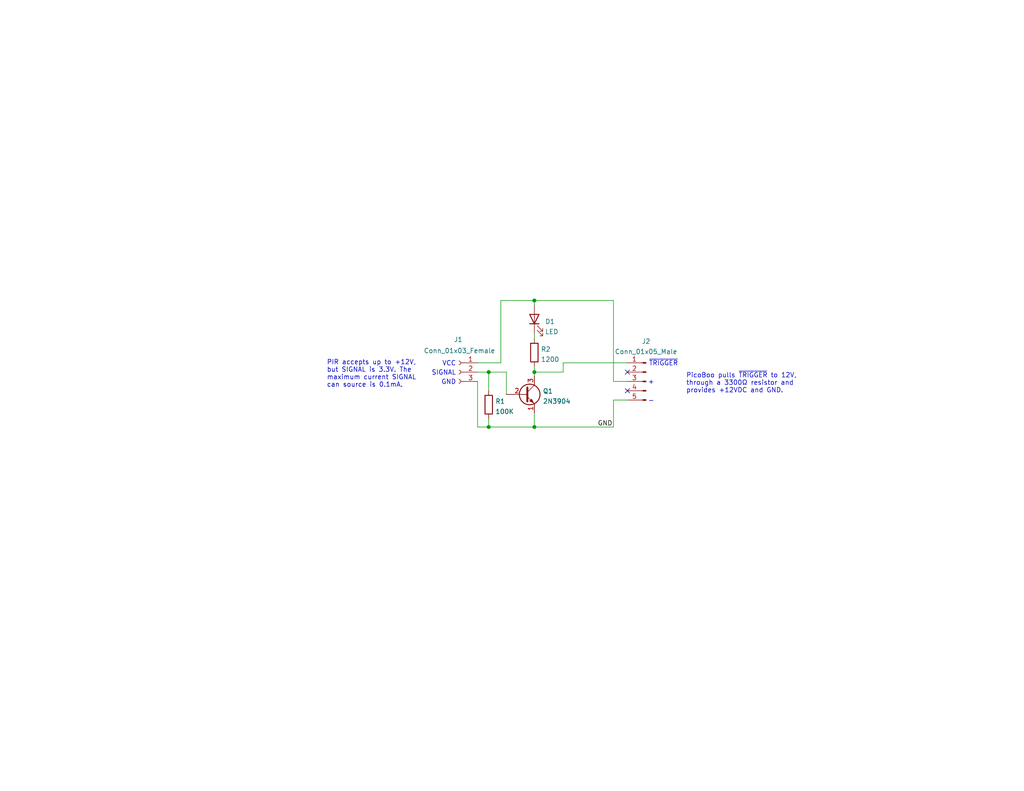
<source format=kicad_sch>
(kicad_sch (version 20211123) (generator eeschema)
  (paper "USLetter")
  (title_block (title "PIR to Prop Trigger") (date "2023-11-17") (comment 1 "Adrian McCarthy"))
  (lib_symbols
    (symbol "Connector:Conn_01x03_Female" (pin_names (offset 1.016) hide)
      (property "Reference" "J" (at 0 5.08 0))
      (property "Value" "Conn_01x03_Female" (at 0 -5.08 0))
      (symbol "Conn_01x03_Female_1_1"
        (arc (start 0 -2.032) (mid -0.508 -2.54) (end 0 -3.048) (stroke (width 0.1524)))
        (polyline (pts (xy -1.27 -2.54) (xy -0.508 -2.54)) (stroke (width 0.1524)))
        (polyline (pts (xy -1.27 0) (xy -0.508 0)) (stroke (width 0.1524)))
        (polyline (pts (xy -1.27 2.54) (xy -0.508 2.54)) (stroke (width 0.1524)))
        (arc (start 0 0.508) (mid -0.508 0) (end 0 -0.508) (stroke (width 0.1524)))
        (arc (start 0 3.048) (mid -0.508 2.54) (end 0 2.032) (stroke (width 0.1524)))
        (pin passive line (at -5.08 2.54 0) (length 3.81) (name "Pin_1") (number "1"))
        (pin passive line (at -5.08 0 0) (length 3.81) (name "Pin_2") (number "2"))
        (pin passive line (at -5.08 -2.54 0) (length 3.81) (name "Pin_3") (number "3"))
      )
    )
    (symbol "Connector:Conn_01x05_Male" (pin_names (offset 1.016) hide)
      (property "Reference" "J" (at 0 7.62 0))
      (property "Value" "Conn_01x05_Male" (at 0 -7.62 0))
      (symbol "Conn_01x05_Male_1_1"
        (polyline (pts (xy 1.27 -5.08) (xy 0.8636 -5.08)) (stroke (width 0.1524)))
        (polyline (pts (xy 1.27 -2.54) (xy 0.8636 -2.54)) (stroke (width 0.1524)))
        (polyline (pts (xy 1.27 0) (xy 0.8636 0)) (stroke (width 0.1524)))
        (polyline (pts (xy 1.27 2.54) (xy 0.8636 2.54)) (stroke (width 0.1524)))
        (polyline (pts (xy 1.27 5.08) (xy 0.8636 5.08)) (stroke (width 0.1524)))
        (rectangle (start 0.8636 -4.953) (end 0 -5.207) (stroke (width 0.1524)) (fill (type outline)))
        (rectangle (start 0.8636 -2.413) (end 0 -2.667) (stroke (width 0.1524)) (fill (type outline)))
        (rectangle (start 0.8636 0.127) (end 0 -0.127) (stroke (width 0.1524)) (fill (type outline)))
        (rectangle (start 0.8636 2.667) (end 0 2.413) (stroke (width 0.1524)) (fill (type outline)))
        (rectangle (start 0.8636 5.207) (end 0 4.953) (stroke (width 0.1524)) (fill (type outline)))
        (pin passive line (at 5.08 5.08 180) (length 3.81) (name "Pin_1") (number "1"))
        (pin passive line (at 5.08 2.54 180) (length 3.81) (name "Pin_2") (number "2"))
        (pin passive line (at 5.08 0 180) (length 3.81) (name "Pin_3") (number "3"))
        (pin passive line (at 5.08 -2.54 180) (length 3.81) (name "Pin_4") (number "4"))
        (pin passive line (at 5.08 -5.08 180) (length 3.81) (name "Pin_5") (number "5"))
      )
    )
    (symbol "Device:LED" (pin_numbers hide) (pin_names (offset 1.016) hide)
      (property "Reference" "D" (at 0 2.54 0))
      (property "Value" "LED" (at 0 -2.54 0))
      (symbol "LED_0_1"
        (polyline (pts (xy -1.27 -1.27) (xy -1.27 1.27)) (stroke (width 0.254)))
        (polyline (pts (xy -1.27 0) (xy 1.27 0)))
        (polyline (pts (xy 1.27 -1.27) (xy 1.27 1.27) (xy -1.27 0) (xy 1.27 -1.27)) (stroke (width 0.254)))
        (polyline (pts (xy -3.048 -0.762) (xy -4.572 -2.286) (xy -3.81 -2.286) (xy -4.572 -2.286) (xy -4.572 -1.524)))
        (polyline (pts (xy -1.778 -0.762) (xy -3.302 -2.286) (xy -2.54 -2.286) (xy -3.302 -2.286) (xy -3.302 -1.524)))
      )
      (symbol "LED_1_1"
        (pin passive line (at -3.81 0 0) (length 2.54) (name "K") (number "1"))
        (pin passive line (at 3.81 0 180) (length 2.54) (name "A") (number "2"))
      )
    )
    (symbol "Device:R" (pin_numbers hide) (pin_names (offset 0))
      (property "Reference" "R" (at 2.032 0 90))
      (property "Value" "R" (at 0 0 90))
      (symbol "R_0_1"
        (rectangle (start -1.016 -2.54) (end 1.016 2.54) (stroke (width 0.254)))
      )
      (symbol "R_1_1"
        (pin passive line (at 0 3.81 270) (length 1.27) (name "~") (number "1"))
        (pin passive line (at 0 -3.81 90) (length 1.27) (name "~") (number "2"))
      )
    )
    (symbol "Transistor_BJT:2N3904" (pin_names (offset 0) hide)
      (property "Reference" "Q" (at 5.08 1.905 0))
      (property "Value" "2N3904" (at 5.08 0 0))
      (symbol "2N3904_0_1"
        (polyline (pts (xy 0.635 0.635) (xy 2.54 2.54)))
        (polyline (pts (xy 0.635 -0.635) (xy 2.54 -2.54) (xy 2.54 -2.54)))
        (polyline (pts (xy 0.635 1.905) (xy 0.635 -1.905) (xy 0.635 -1.905)) (stroke (width 0.508)))
        (polyline (pts (xy 1.27 -1.778) (xy 1.778 -1.27) (xy 2.286 -2.286) (xy 1.27 -1.778) (xy 1.27 -1.778)) (fill (type outline)))
        (circle (center 1.27 0) (radius 2.8194) (stroke (width 0.254)))
      )
      (symbol "2N3904_1_1"
        (pin passive line (at 2.54 -5.08 90) (length 2.54) (name "E") (number "1"))
        (pin passive line (at -5.08 0 0) (length 5.715) (name "B") (number "2"))
        (pin passive line (at 2.54 5.08 270) (length 2.54) (name "C") (number "3"))
      )
    )
  )
  (junction (at 133.35 101.6))
  (junction (at 145.796 82.042))
  (junction (at 145.796 101.6))
  (junction (at 133.35 116.586))
  (junction (at 145.796 116.586))
  (no_connect (at 171.196 101.6))
  (no_connect (at 171.196 106.68))
  (wire (pts (xy 130.302 101.6) (xy 133.35 101.6)))
  (wire (pts (xy 136.652 82.042) (xy 145.796 82.042)))
  (wire (pts (xy 153.67 99.06) (xy 153.67 101.6)))
  (wire (pts (xy 138.176 101.6) (xy 138.176 107.696)))
  (wire (pts (xy 130.302 116.586) (xy 133.35 116.586)))
  (wire (pts (xy 145.796 90.932) (xy 145.796 92.456)))
  (wire (pts (xy 133.35 116.586) (xy 145.796 116.586)))
  (wire (pts (xy 171.196 104.14) (xy 167.386 104.14)))
  (wire (pts (xy 171.196 109.22) (xy 167.386 109.22)))
  (wire (pts (xy 136.652 99.06) (xy 136.652 82.042)))
  (wire (pts (xy 130.302 104.14) (xy 130.302 116.586)))
  (wire (pts (xy 133.35 101.6) (xy 133.35 106.68)))
  (wire (pts (xy 145.796 100.076) (xy 145.796 101.6)))
  (wire (pts (xy 153.67 101.6) (xy 145.796 101.6)))
  (wire (pts (xy 145.796 82.042) (xy 145.796 83.312)))
  (wire (pts (xy 167.386 109.22) (xy 167.386 116.586)))
  (wire (pts (xy 133.35 114.3) (xy 133.35 116.586)))
  (wire (pts (xy 145.796 116.586) (xy 167.386 116.586)))
  (wire (pts (xy 145.796 82.042) (xy 167.386 82.042)))
  (wire (pts (xy 145.796 101.6) (xy 145.796 102.616)))
  (wire (pts (xy 171.196 99.06) (xy 153.67 99.06)))
  (wire (pts (xy 133.35 101.6) (xy 138.176 101.6)))
  (wire (pts (xy 130.302 99.06) (xy 136.652 99.06)))
  (wire (pts (xy 167.386 104.14) (xy 167.386 82.042)))
  (wire (pts (xy 145.796 112.776) (xy 145.796 116.586)))
  (text "SIGNAL" (at 124.46 102.616 180) (effects (font (size 1.27 1.27)) (justify right bottom)))
  (text "PicoBoo pulls ~{TRIGGER} to 12V,\nthrough a 3300Ω resistor and\nprovides +12VDC and GND.\n" (at 187.198 107.442 0) (effects (font (size 1.27 1.27)) (justify left bottom)))
  (text "-" (at 176.784 110.236 0) (effects (font (size 1.27 1.27)) (justify left bottom)))
  (text "~{TRIGGER}" (at 177.038 100.076 0) (effects (font (size 1.27 1.27)) (justify left bottom)))
  (text "GND" (at 124.46 105.156 180) (effects (font (size 1.27 1.27)) (justify right bottom)))
  (text "VCC" (at 124.46 100.076 180) (effects (font (size 1.27 1.27)) (justify right bottom)))
  (text "PIR accepts up to +12V,\nbut SIGNAL is 3.3V. The\nmaximum current SIGNAL\ncan source is 0.1mA." (at 89.154 105.918 0) (effects (font (size 1.27 1.27)) (justify left bottom)))
  (text "+" (at 176.784 105.156 0) (effects (font (size 1.27 1.27)) (justify left bottom)))
  (label "GND" (at 163.068 116.586 0))
  (symbol (lib_id "Connector:Conn_01x05_Male") (at 176.276 104.14 0) (mirror y) (unit 1)
    (property "Reference" "J2" (at 176.276 93.218 0))
    (property "Value" "Conn_01x05_Male" (at 176.276 96.012 0))
    (property "Footprint" "Connector_PinHeader_2.54mm:PinHeader_1x05_P2.54mm_Vertical" (effects hide))
  )
  (symbol (lib_id "Connector:Conn_01x03_Female") (at 125.222 101.6 0) (mirror y) (unit 1)
    (property "Reference" "J1" (at 126.238 92.71 0) (effects (justify left)))
    (property "Value" "Conn_01x03_Female" (at 135.128 95.758 0) (effects (justify left)))
    (property "Footprint" "TerminalBlock:TerminalBlock_bornier-3_P5.08mm" (effects hide))
  )
  (symbol (lib_id "Device:R") (at 145.796 96.266 0) (unit 1)
    (property "Reference" "R2" (at 147.574 95.3575 0) (effects (justify left)))
    (property "Value" "1200" (at 147.574 98.1326 0) (effects (justify left)))
    (property "Footprint" "Resistor_THT:R_Axial_DIN0207_L6.3mm_D2.5mm_P10.16mm_Horizontal" (effects hide))
  )
  (symbol (lib_id "Device:R") (at 133.35 110.49 0) (unit 1)
    (property "Reference" "R1" (at 135.128 109.5815 0) (effects (justify left)))
    (property "Value" "100K" (at 135.128 112.3566 0) (effects (justify left)))
    (property "Footprint" "Resistor_THT:R_Axial_DIN0207_L6.3mm_D2.5mm_P10.16mm_Horizontal" (effects hide))
  )
  (symbol (lib_id "Transistor_BJT:2N3904") (at 143.256 107.696 0) (unit 1)
    (property "Reference" "Q1" (at 148.1074 106.7875 0) (effects (justify left)))
    (property "Value" "2N3904" (at 148.1074 109.5626 0) (effects (justify left)))
    (property "Footprint" "Package_TO_SOT_THT:TO-92_Inline_Wide" (effects hide))
    (property "Datasheet" "https://www.onsemi.com/pub/Collateral/2N3903-D.PDF" (effects hide))
  )
  (symbol (lib_id "Device:LED") (at 145.796 87.122 90) (unit 1)
    (property "Reference" "D1" (at 148.717 87.801 90) (effects (justify right)))
    (property "Value" "LED" (at 148.717 90.5761 90) (effects (justify right)))
    (property "Footprint" "LED_THT:LED_D5.0mm" (effects hide))
  )
)
</source>
